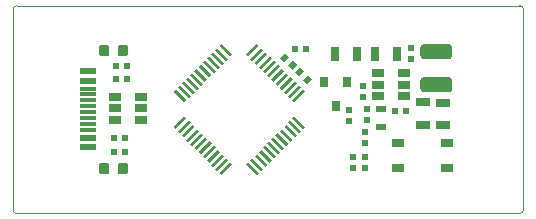
<source format=gtp>
G04 #@! TF.GenerationSoftware,KiCad,Pcbnew,5.1.5+dfsg1-2build2*
G04 #@! TF.CreationDate,2020-09-14T17:30:23+02:00*
G04 #@! TF.ProjectId,OtterPillG,4f747465-7250-4696-9c6c-472e6b696361,rev?*
G04 #@! TF.SameCoordinates,Original*
G04 #@! TF.FileFunction,Paste,Top*
G04 #@! TF.FilePolarity,Positive*
%FSLAX46Y46*%
G04 Gerber Fmt 4.6, Leading zero omitted, Abs format (unit mm)*
G04 Created by KiCad (PCBNEW 5.1.5+dfsg1-2build2) date 2020-09-14 17:30:23*
%MOMM*%
%LPD*%
G04 APERTURE LIST*
%ADD10C,0.050000*%
%ADD11R,0.600000X0.500000*%
%ADD12R,0.500000X0.600000*%
%ADD13R,0.700000X1.300000*%
%ADD14R,0.800000X0.900000*%
%ADD15C,0.100000*%
%ADD16R,1.300000X0.700000*%
%ADD17R,0.900000X0.600000*%
%ADD18R,1.050000X0.650000*%
%ADD19R,1.060000X0.650000*%
%ADD20R,1.450000X0.600000*%
%ADD21R,1.450000X0.300000*%
G04 APERTURE END LIST*
D10*
X63200000Y-37100000D02*
G75*
G02X62900000Y-37400000I-300000J0D01*
G01*
X62900000Y-19800000D02*
G75*
G02X63200000Y-20100000I0J-300000D01*
G01*
X20000000Y-20100000D02*
G75*
G02X20300000Y-19800000I300000J0D01*
G01*
X20300000Y-37400000D02*
G75*
G02X20000000Y-37100000I0J300000D01*
G01*
X20000000Y-37100000D02*
X20000000Y-20100000D01*
X62900000Y-37400000D02*
X20300000Y-37400000D01*
X63200000Y-20100000D02*
X63200000Y-37100000D01*
X20300000Y-19800000D02*
X62900000Y-19800000D01*
D11*
X49830000Y-32620000D03*
X49830000Y-33560000D03*
D12*
X53270000Y-28750000D03*
X52330000Y-28750000D03*
D11*
X48400000Y-28630000D03*
X48400000Y-29570000D03*
D13*
X49150000Y-23900000D03*
X47250000Y-23900000D03*
D11*
X49600000Y-26615000D03*
X49600000Y-27555000D03*
X49930000Y-28520000D03*
X49930000Y-29460000D03*
X48800000Y-32625000D03*
X48800000Y-33565000D03*
D12*
X29470000Y-32200000D03*
X28530000Y-32200000D03*
X29670000Y-24900000D03*
X28730000Y-24900000D03*
X28730000Y-26000000D03*
X29670000Y-26000000D03*
X28530000Y-31000000D03*
X29470000Y-31000000D03*
D14*
X47300000Y-28300000D03*
X46350000Y-26300000D03*
X48250000Y-26300000D03*
D15*
G36*
X43626866Y-29340140D02*
G01*
X43803643Y-29163363D01*
X44722882Y-30082602D01*
X44546105Y-30259379D01*
X43626866Y-29340140D01*
G37*
G36*
X43273313Y-29693693D02*
G01*
X43450090Y-29516916D01*
X44369329Y-30436155D01*
X44192552Y-30612932D01*
X43273313Y-29693693D01*
G37*
G36*
X42919759Y-30047247D02*
G01*
X43096536Y-29870470D01*
X44015775Y-30789709D01*
X43838998Y-30966486D01*
X42919759Y-30047247D01*
G37*
G36*
X42566206Y-30400800D02*
G01*
X42742983Y-30224023D01*
X43662222Y-31143262D01*
X43485445Y-31320039D01*
X42566206Y-30400800D01*
G37*
G36*
X42212653Y-30754353D02*
G01*
X42389430Y-30577576D01*
X43308669Y-31496815D01*
X43131892Y-31673592D01*
X42212653Y-30754353D01*
G37*
G36*
X41859099Y-31107907D02*
G01*
X42035876Y-30931130D01*
X42955115Y-31850369D01*
X42778338Y-32027146D01*
X41859099Y-31107907D01*
G37*
G36*
X41505546Y-31461460D02*
G01*
X41682323Y-31284683D01*
X42601562Y-32203922D01*
X42424785Y-32380699D01*
X41505546Y-31461460D01*
G37*
G36*
X41151992Y-31815014D02*
G01*
X41328769Y-31638237D01*
X42248008Y-32557476D01*
X42071231Y-32734253D01*
X41151992Y-31815014D01*
G37*
G36*
X40798439Y-32168567D02*
G01*
X40975216Y-31991790D01*
X41894455Y-32911029D01*
X41717678Y-33087806D01*
X40798439Y-32168567D01*
G37*
G36*
X40444886Y-32522120D02*
G01*
X40621663Y-32345343D01*
X41540902Y-33264582D01*
X41364125Y-33441359D01*
X40444886Y-32522120D01*
G37*
G36*
X40091332Y-32875674D02*
G01*
X40268109Y-32698897D01*
X41187348Y-33618136D01*
X41010571Y-33794913D01*
X40091332Y-32875674D01*
G37*
G36*
X39737779Y-33229227D02*
G01*
X39914556Y-33052450D01*
X40833795Y-33971689D01*
X40657018Y-34148466D01*
X39737779Y-33229227D01*
G37*
G36*
X38394276Y-33052450D02*
G01*
X38571053Y-33229227D01*
X37651814Y-34148466D01*
X37475037Y-33971689D01*
X38394276Y-33052450D01*
G37*
G36*
X38040723Y-32698897D02*
G01*
X38217500Y-32875674D01*
X37298261Y-33794913D01*
X37121484Y-33618136D01*
X38040723Y-32698897D01*
G37*
G36*
X37687169Y-32345343D02*
G01*
X37863946Y-32522120D01*
X36944707Y-33441359D01*
X36767930Y-33264582D01*
X37687169Y-32345343D01*
G37*
G36*
X37333616Y-31991790D02*
G01*
X37510393Y-32168567D01*
X36591154Y-33087806D01*
X36414377Y-32911029D01*
X37333616Y-31991790D01*
G37*
G36*
X36980063Y-31638237D02*
G01*
X37156840Y-31815014D01*
X36237601Y-32734253D01*
X36060824Y-32557476D01*
X36980063Y-31638237D01*
G37*
G36*
X36626509Y-31284683D02*
G01*
X36803286Y-31461460D01*
X35884047Y-32380699D01*
X35707270Y-32203922D01*
X36626509Y-31284683D01*
G37*
G36*
X36272956Y-30931130D02*
G01*
X36449733Y-31107907D01*
X35530494Y-32027146D01*
X35353717Y-31850369D01*
X36272956Y-30931130D01*
G37*
G36*
X35919402Y-30577576D02*
G01*
X36096179Y-30754353D01*
X35176940Y-31673592D01*
X35000163Y-31496815D01*
X35919402Y-30577576D01*
G37*
G36*
X35565849Y-30224023D02*
G01*
X35742626Y-30400800D01*
X34823387Y-31320039D01*
X34646610Y-31143262D01*
X35565849Y-30224023D01*
G37*
G36*
X35212296Y-29870470D02*
G01*
X35389073Y-30047247D01*
X34469834Y-30966486D01*
X34293057Y-30789709D01*
X35212296Y-29870470D01*
G37*
G36*
X34858742Y-29516916D02*
G01*
X35035519Y-29693693D01*
X34116280Y-30612932D01*
X33939503Y-30436155D01*
X34858742Y-29516916D01*
G37*
G36*
X34505189Y-29163363D02*
G01*
X34681966Y-29340140D01*
X33762727Y-30259379D01*
X33585950Y-30082602D01*
X34505189Y-29163363D01*
G37*
G36*
X33585950Y-27077398D02*
G01*
X33762727Y-26900621D01*
X34681966Y-27819860D01*
X34505189Y-27996637D01*
X33585950Y-27077398D01*
G37*
G36*
X33939503Y-26723845D02*
G01*
X34116280Y-26547068D01*
X35035519Y-27466307D01*
X34858742Y-27643084D01*
X33939503Y-26723845D01*
G37*
G36*
X34293057Y-26370291D02*
G01*
X34469834Y-26193514D01*
X35389073Y-27112753D01*
X35212296Y-27289530D01*
X34293057Y-26370291D01*
G37*
G36*
X34646610Y-26016738D02*
G01*
X34823387Y-25839961D01*
X35742626Y-26759200D01*
X35565849Y-26935977D01*
X34646610Y-26016738D01*
G37*
G36*
X35000163Y-25663185D02*
G01*
X35176940Y-25486408D01*
X36096179Y-26405647D01*
X35919402Y-26582424D01*
X35000163Y-25663185D01*
G37*
G36*
X35353717Y-25309631D02*
G01*
X35530494Y-25132854D01*
X36449733Y-26052093D01*
X36272956Y-26228870D01*
X35353717Y-25309631D01*
G37*
G36*
X35707270Y-24956078D02*
G01*
X35884047Y-24779301D01*
X36803286Y-25698540D01*
X36626509Y-25875317D01*
X35707270Y-24956078D01*
G37*
G36*
X36060824Y-24602524D02*
G01*
X36237601Y-24425747D01*
X37156840Y-25344986D01*
X36980063Y-25521763D01*
X36060824Y-24602524D01*
G37*
G36*
X36414377Y-24248971D02*
G01*
X36591154Y-24072194D01*
X37510393Y-24991433D01*
X37333616Y-25168210D01*
X36414377Y-24248971D01*
G37*
G36*
X36767930Y-23895418D02*
G01*
X36944707Y-23718641D01*
X37863946Y-24637880D01*
X37687169Y-24814657D01*
X36767930Y-23895418D01*
G37*
G36*
X37121484Y-23541864D02*
G01*
X37298261Y-23365087D01*
X38217500Y-24284326D01*
X38040723Y-24461103D01*
X37121484Y-23541864D01*
G37*
G36*
X37475037Y-23188311D02*
G01*
X37651814Y-23011534D01*
X38571053Y-23930773D01*
X38394276Y-24107550D01*
X37475037Y-23188311D01*
G37*
G36*
X40657018Y-23011534D02*
G01*
X40833795Y-23188311D01*
X39914556Y-24107550D01*
X39737779Y-23930773D01*
X40657018Y-23011534D01*
G37*
G36*
X41010571Y-23365087D02*
G01*
X41187348Y-23541864D01*
X40268109Y-24461103D01*
X40091332Y-24284326D01*
X41010571Y-23365087D01*
G37*
G36*
X41364125Y-23718641D02*
G01*
X41540902Y-23895418D01*
X40621663Y-24814657D01*
X40444886Y-24637880D01*
X41364125Y-23718641D01*
G37*
G36*
X41717678Y-24072194D02*
G01*
X41894455Y-24248971D01*
X40975216Y-25168210D01*
X40798439Y-24991433D01*
X41717678Y-24072194D01*
G37*
G36*
X42071231Y-24425747D02*
G01*
X42248008Y-24602524D01*
X41328769Y-25521763D01*
X41151992Y-25344986D01*
X42071231Y-24425747D01*
G37*
G36*
X42424785Y-24779301D02*
G01*
X42601562Y-24956078D01*
X41682323Y-25875317D01*
X41505546Y-25698540D01*
X42424785Y-24779301D01*
G37*
G36*
X42778338Y-25132854D02*
G01*
X42955115Y-25309631D01*
X42035876Y-26228870D01*
X41859099Y-26052093D01*
X42778338Y-25132854D01*
G37*
G36*
X43131892Y-25486408D02*
G01*
X43308669Y-25663185D01*
X42389430Y-26582424D01*
X42212653Y-26405647D01*
X43131892Y-25486408D01*
G37*
G36*
X43485445Y-25839961D02*
G01*
X43662222Y-26016738D01*
X42742983Y-26935977D01*
X42566206Y-26759200D01*
X43485445Y-25839961D01*
G37*
G36*
X43838998Y-26193514D02*
G01*
X44015775Y-26370291D01*
X43096536Y-27289530D01*
X42919759Y-27112753D01*
X43838998Y-26193514D01*
G37*
G36*
X44192552Y-26547068D02*
G01*
X44369329Y-26723845D01*
X43450090Y-27643084D01*
X43273313Y-27466307D01*
X44192552Y-26547068D01*
G37*
G36*
X44546105Y-26900621D02*
G01*
X44722882Y-27077398D01*
X43803643Y-27996637D01*
X43626866Y-27819860D01*
X44546105Y-26900621D01*
G37*
G36*
X44543431Y-26067695D02*
G01*
X44967695Y-25643431D01*
X45321249Y-25996985D01*
X44896985Y-26421249D01*
X44543431Y-26067695D01*
G37*
G36*
X43878751Y-25403015D02*
G01*
X44303015Y-24978751D01*
X44656569Y-25332305D01*
X44232305Y-25756569D01*
X43878751Y-25403015D01*
G37*
D12*
X44770000Y-23500000D03*
X43830000Y-23500000D03*
D16*
X54690000Y-29900000D03*
X54690000Y-28000000D03*
D15*
G36*
X43356569Y-24132305D02*
G01*
X42932305Y-24556569D01*
X42578751Y-24203015D01*
X43003015Y-23778751D01*
X43356569Y-24132305D01*
G37*
G36*
X44021249Y-24796985D02*
G01*
X43596985Y-25221249D01*
X43243431Y-24867695D01*
X43667695Y-24443431D01*
X44021249Y-24796985D01*
G37*
D11*
X49800000Y-31470000D03*
X49800000Y-30530000D03*
D16*
X56400000Y-29910000D03*
X56400000Y-28010000D03*
D11*
X53720000Y-24340000D03*
X53720000Y-23400000D03*
D17*
X51180000Y-30090000D03*
X51180000Y-28590000D03*
D13*
X50630000Y-23890000D03*
X52530000Y-23890000D03*
D15*
G36*
X56919504Y-23076204D02*
G01*
X56943773Y-23079804D01*
X56967571Y-23085765D01*
X56990671Y-23094030D01*
X57012849Y-23104520D01*
X57033893Y-23117133D01*
X57053598Y-23131747D01*
X57071777Y-23148223D01*
X57088253Y-23166402D01*
X57102867Y-23186107D01*
X57115480Y-23207151D01*
X57125970Y-23229329D01*
X57134235Y-23252429D01*
X57140196Y-23276227D01*
X57143796Y-23300496D01*
X57145000Y-23325000D01*
X57145000Y-24075000D01*
X57143796Y-24099504D01*
X57140196Y-24123773D01*
X57134235Y-24147571D01*
X57125970Y-24170671D01*
X57115480Y-24192849D01*
X57102867Y-24213893D01*
X57088253Y-24233598D01*
X57071777Y-24251777D01*
X57053598Y-24268253D01*
X57033893Y-24282867D01*
X57012849Y-24295480D01*
X56990671Y-24305970D01*
X56967571Y-24314235D01*
X56943773Y-24320196D01*
X56919504Y-24323796D01*
X56895000Y-24325000D01*
X54745000Y-24325000D01*
X54720496Y-24323796D01*
X54696227Y-24320196D01*
X54672429Y-24314235D01*
X54649329Y-24305970D01*
X54627151Y-24295480D01*
X54606107Y-24282867D01*
X54586402Y-24268253D01*
X54568223Y-24251777D01*
X54551747Y-24233598D01*
X54537133Y-24213893D01*
X54524520Y-24192849D01*
X54514030Y-24170671D01*
X54505765Y-24147571D01*
X54499804Y-24123773D01*
X54496204Y-24099504D01*
X54495000Y-24075000D01*
X54495000Y-23325000D01*
X54496204Y-23300496D01*
X54499804Y-23276227D01*
X54505765Y-23252429D01*
X54514030Y-23229329D01*
X54524520Y-23207151D01*
X54537133Y-23186107D01*
X54551747Y-23166402D01*
X54568223Y-23148223D01*
X54586402Y-23131747D01*
X54606107Y-23117133D01*
X54627151Y-23104520D01*
X54649329Y-23094030D01*
X54672429Y-23085765D01*
X54696227Y-23079804D01*
X54720496Y-23076204D01*
X54745000Y-23075000D01*
X56895000Y-23075000D01*
X56919504Y-23076204D01*
G37*
G36*
X56919504Y-25876204D02*
G01*
X56943773Y-25879804D01*
X56967571Y-25885765D01*
X56990671Y-25894030D01*
X57012849Y-25904520D01*
X57033893Y-25917133D01*
X57053598Y-25931747D01*
X57071777Y-25948223D01*
X57088253Y-25966402D01*
X57102867Y-25986107D01*
X57115480Y-26007151D01*
X57125970Y-26029329D01*
X57134235Y-26052429D01*
X57140196Y-26076227D01*
X57143796Y-26100496D01*
X57145000Y-26125000D01*
X57145000Y-26875000D01*
X57143796Y-26899504D01*
X57140196Y-26923773D01*
X57134235Y-26947571D01*
X57125970Y-26970671D01*
X57115480Y-26992849D01*
X57102867Y-27013893D01*
X57088253Y-27033598D01*
X57071777Y-27051777D01*
X57053598Y-27068253D01*
X57033893Y-27082867D01*
X57012849Y-27095480D01*
X56990671Y-27105970D01*
X56967571Y-27114235D01*
X56943773Y-27120196D01*
X56919504Y-27123796D01*
X56895000Y-27125000D01*
X54745000Y-27125000D01*
X54720496Y-27123796D01*
X54696227Y-27120196D01*
X54672429Y-27114235D01*
X54649329Y-27105970D01*
X54627151Y-27095480D01*
X54606107Y-27082867D01*
X54586402Y-27068253D01*
X54568223Y-27051777D01*
X54551747Y-27033598D01*
X54537133Y-27013893D01*
X54524520Y-26992849D01*
X54514030Y-26970671D01*
X54505765Y-26947571D01*
X54499804Y-26923773D01*
X54496204Y-26899504D01*
X54495000Y-26875000D01*
X54495000Y-26125000D01*
X54496204Y-26100496D01*
X54499804Y-26076227D01*
X54505765Y-26052429D01*
X54514030Y-26029329D01*
X54524520Y-26007151D01*
X54537133Y-25986107D01*
X54551747Y-25966402D01*
X54568223Y-25948223D01*
X54586402Y-25931747D01*
X54606107Y-25917133D01*
X54627151Y-25904520D01*
X54649329Y-25894030D01*
X54672429Y-25885765D01*
X54696227Y-25879804D01*
X54720496Y-25876204D01*
X54745000Y-25875000D01*
X56895000Y-25875000D01*
X56919504Y-25876204D01*
G37*
D18*
X52625000Y-31437000D03*
X56775000Y-31437000D03*
X52625000Y-33587000D03*
X56775000Y-33587000D03*
D19*
X53070000Y-26480000D03*
X53070000Y-25530000D03*
X53070000Y-27430000D03*
X50870000Y-27430000D03*
X50870000Y-26480000D03*
X50870000Y-25530000D03*
X28600000Y-28500000D03*
X28600000Y-29450000D03*
X28600000Y-27550000D03*
X30800000Y-27550000D03*
X30800000Y-28500000D03*
X30800000Y-29450000D03*
D20*
X26369999Y-31770000D03*
X26369999Y-30970000D03*
D21*
X26369999Y-30320000D03*
X26369999Y-29820000D03*
X26369999Y-29320000D03*
X26369999Y-28820000D03*
X26369999Y-28320000D03*
X26369999Y-27820000D03*
X26369999Y-27320000D03*
X26369999Y-26820000D03*
D20*
X26369999Y-26170000D03*
X26369999Y-25370000D03*
D15*
G36*
X27952691Y-33126053D02*
G01*
X27973926Y-33129203D01*
X27994750Y-33134419D01*
X28014962Y-33141651D01*
X28034368Y-33150830D01*
X28052781Y-33161866D01*
X28070024Y-33174654D01*
X28085930Y-33189070D01*
X28100346Y-33204976D01*
X28113134Y-33222219D01*
X28124170Y-33240632D01*
X28133349Y-33260038D01*
X28140581Y-33280250D01*
X28145797Y-33301074D01*
X28148947Y-33322309D01*
X28150000Y-33343750D01*
X28150000Y-33856250D01*
X28148947Y-33877691D01*
X28145797Y-33898926D01*
X28140581Y-33919750D01*
X28133349Y-33939962D01*
X28124170Y-33959368D01*
X28113134Y-33977781D01*
X28100346Y-33995024D01*
X28085930Y-34010930D01*
X28070024Y-34025346D01*
X28052781Y-34038134D01*
X28034368Y-34049170D01*
X28014962Y-34058349D01*
X27994750Y-34065581D01*
X27973926Y-34070797D01*
X27952691Y-34073947D01*
X27931250Y-34075000D01*
X27493750Y-34075000D01*
X27472309Y-34073947D01*
X27451074Y-34070797D01*
X27430250Y-34065581D01*
X27410038Y-34058349D01*
X27390632Y-34049170D01*
X27372219Y-34038134D01*
X27354976Y-34025346D01*
X27339070Y-34010930D01*
X27324654Y-33995024D01*
X27311866Y-33977781D01*
X27300830Y-33959368D01*
X27291651Y-33939962D01*
X27284419Y-33919750D01*
X27279203Y-33898926D01*
X27276053Y-33877691D01*
X27275000Y-33856250D01*
X27275000Y-33343750D01*
X27276053Y-33322309D01*
X27279203Y-33301074D01*
X27284419Y-33280250D01*
X27291651Y-33260038D01*
X27300830Y-33240632D01*
X27311866Y-33222219D01*
X27324654Y-33204976D01*
X27339070Y-33189070D01*
X27354976Y-33174654D01*
X27372219Y-33161866D01*
X27390632Y-33150830D01*
X27410038Y-33141651D01*
X27430250Y-33134419D01*
X27451074Y-33129203D01*
X27472309Y-33126053D01*
X27493750Y-33125000D01*
X27931250Y-33125000D01*
X27952691Y-33126053D01*
G37*
G36*
X29527691Y-33126053D02*
G01*
X29548926Y-33129203D01*
X29569750Y-33134419D01*
X29589962Y-33141651D01*
X29609368Y-33150830D01*
X29627781Y-33161866D01*
X29645024Y-33174654D01*
X29660930Y-33189070D01*
X29675346Y-33204976D01*
X29688134Y-33222219D01*
X29699170Y-33240632D01*
X29708349Y-33260038D01*
X29715581Y-33280250D01*
X29720797Y-33301074D01*
X29723947Y-33322309D01*
X29725000Y-33343750D01*
X29725000Y-33856250D01*
X29723947Y-33877691D01*
X29720797Y-33898926D01*
X29715581Y-33919750D01*
X29708349Y-33939962D01*
X29699170Y-33959368D01*
X29688134Y-33977781D01*
X29675346Y-33995024D01*
X29660930Y-34010930D01*
X29645024Y-34025346D01*
X29627781Y-34038134D01*
X29609368Y-34049170D01*
X29589962Y-34058349D01*
X29569750Y-34065581D01*
X29548926Y-34070797D01*
X29527691Y-34073947D01*
X29506250Y-34075000D01*
X29068750Y-34075000D01*
X29047309Y-34073947D01*
X29026074Y-34070797D01*
X29005250Y-34065581D01*
X28985038Y-34058349D01*
X28965632Y-34049170D01*
X28947219Y-34038134D01*
X28929976Y-34025346D01*
X28914070Y-34010930D01*
X28899654Y-33995024D01*
X28886866Y-33977781D01*
X28875830Y-33959368D01*
X28866651Y-33939962D01*
X28859419Y-33919750D01*
X28854203Y-33898926D01*
X28851053Y-33877691D01*
X28850000Y-33856250D01*
X28850000Y-33343750D01*
X28851053Y-33322309D01*
X28854203Y-33301074D01*
X28859419Y-33280250D01*
X28866651Y-33260038D01*
X28875830Y-33240632D01*
X28886866Y-33222219D01*
X28899654Y-33204976D01*
X28914070Y-33189070D01*
X28929976Y-33174654D01*
X28947219Y-33161866D01*
X28965632Y-33150830D01*
X28985038Y-33141651D01*
X29005250Y-33134419D01*
X29026074Y-33129203D01*
X29047309Y-33126053D01*
X29068750Y-33125000D01*
X29506250Y-33125000D01*
X29527691Y-33126053D01*
G37*
G36*
X27952691Y-23126053D02*
G01*
X27973926Y-23129203D01*
X27994750Y-23134419D01*
X28014962Y-23141651D01*
X28034368Y-23150830D01*
X28052781Y-23161866D01*
X28070024Y-23174654D01*
X28085930Y-23189070D01*
X28100346Y-23204976D01*
X28113134Y-23222219D01*
X28124170Y-23240632D01*
X28133349Y-23260038D01*
X28140581Y-23280250D01*
X28145797Y-23301074D01*
X28148947Y-23322309D01*
X28150000Y-23343750D01*
X28150000Y-23856250D01*
X28148947Y-23877691D01*
X28145797Y-23898926D01*
X28140581Y-23919750D01*
X28133349Y-23939962D01*
X28124170Y-23959368D01*
X28113134Y-23977781D01*
X28100346Y-23995024D01*
X28085930Y-24010930D01*
X28070024Y-24025346D01*
X28052781Y-24038134D01*
X28034368Y-24049170D01*
X28014962Y-24058349D01*
X27994750Y-24065581D01*
X27973926Y-24070797D01*
X27952691Y-24073947D01*
X27931250Y-24075000D01*
X27493750Y-24075000D01*
X27472309Y-24073947D01*
X27451074Y-24070797D01*
X27430250Y-24065581D01*
X27410038Y-24058349D01*
X27390632Y-24049170D01*
X27372219Y-24038134D01*
X27354976Y-24025346D01*
X27339070Y-24010930D01*
X27324654Y-23995024D01*
X27311866Y-23977781D01*
X27300830Y-23959368D01*
X27291651Y-23939962D01*
X27284419Y-23919750D01*
X27279203Y-23898926D01*
X27276053Y-23877691D01*
X27275000Y-23856250D01*
X27275000Y-23343750D01*
X27276053Y-23322309D01*
X27279203Y-23301074D01*
X27284419Y-23280250D01*
X27291651Y-23260038D01*
X27300830Y-23240632D01*
X27311866Y-23222219D01*
X27324654Y-23204976D01*
X27339070Y-23189070D01*
X27354976Y-23174654D01*
X27372219Y-23161866D01*
X27390632Y-23150830D01*
X27410038Y-23141651D01*
X27430250Y-23134419D01*
X27451074Y-23129203D01*
X27472309Y-23126053D01*
X27493750Y-23125000D01*
X27931250Y-23125000D01*
X27952691Y-23126053D01*
G37*
G36*
X29527691Y-23126053D02*
G01*
X29548926Y-23129203D01*
X29569750Y-23134419D01*
X29589962Y-23141651D01*
X29609368Y-23150830D01*
X29627781Y-23161866D01*
X29645024Y-23174654D01*
X29660930Y-23189070D01*
X29675346Y-23204976D01*
X29688134Y-23222219D01*
X29699170Y-23240632D01*
X29708349Y-23260038D01*
X29715581Y-23280250D01*
X29720797Y-23301074D01*
X29723947Y-23322309D01*
X29725000Y-23343750D01*
X29725000Y-23856250D01*
X29723947Y-23877691D01*
X29720797Y-23898926D01*
X29715581Y-23919750D01*
X29708349Y-23939962D01*
X29699170Y-23959368D01*
X29688134Y-23977781D01*
X29675346Y-23995024D01*
X29660930Y-24010930D01*
X29645024Y-24025346D01*
X29627781Y-24038134D01*
X29609368Y-24049170D01*
X29589962Y-24058349D01*
X29569750Y-24065581D01*
X29548926Y-24070797D01*
X29527691Y-24073947D01*
X29506250Y-24075000D01*
X29068750Y-24075000D01*
X29047309Y-24073947D01*
X29026074Y-24070797D01*
X29005250Y-24065581D01*
X28985038Y-24058349D01*
X28965632Y-24049170D01*
X28947219Y-24038134D01*
X28929976Y-24025346D01*
X28914070Y-24010930D01*
X28899654Y-23995024D01*
X28886866Y-23977781D01*
X28875830Y-23959368D01*
X28866651Y-23939962D01*
X28859419Y-23919750D01*
X28854203Y-23898926D01*
X28851053Y-23877691D01*
X28850000Y-23856250D01*
X28850000Y-23343750D01*
X28851053Y-23322309D01*
X28854203Y-23301074D01*
X28859419Y-23280250D01*
X28866651Y-23260038D01*
X28875830Y-23240632D01*
X28886866Y-23222219D01*
X28899654Y-23204976D01*
X28914070Y-23189070D01*
X28929976Y-23174654D01*
X28947219Y-23161866D01*
X28965632Y-23150830D01*
X28985038Y-23141651D01*
X29005250Y-23134419D01*
X29026074Y-23129203D01*
X29047309Y-23126053D01*
X29068750Y-23125000D01*
X29506250Y-23125000D01*
X29527691Y-23126053D01*
G37*
M02*

</source>
